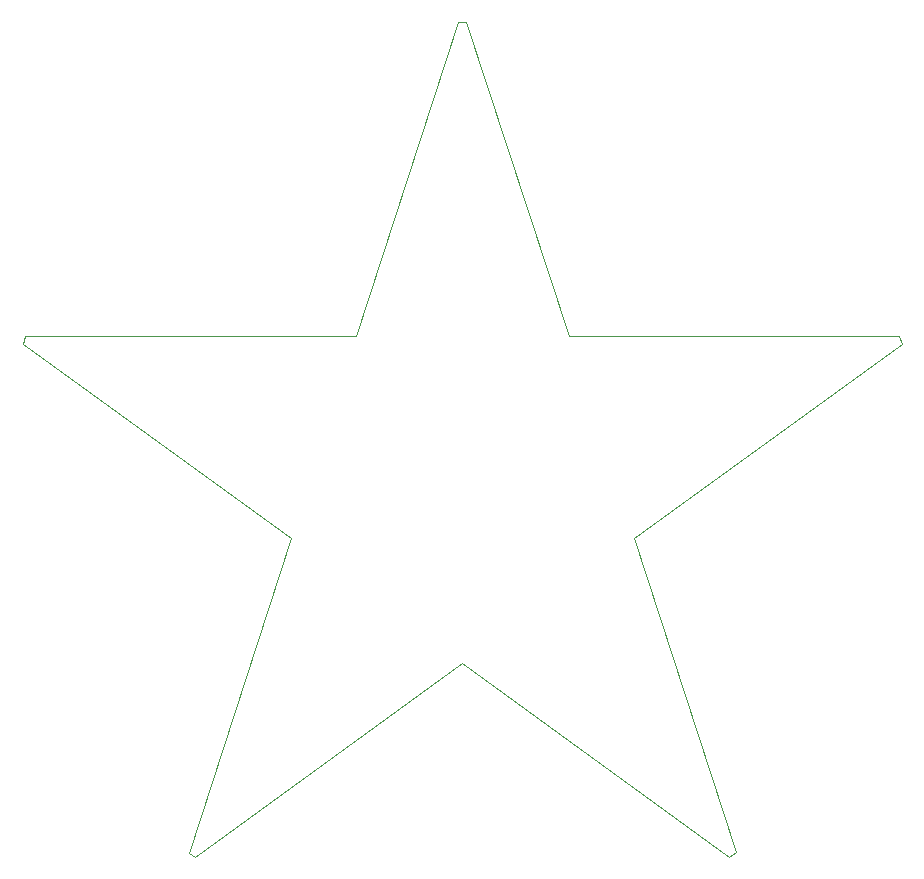
<source format=gm1>
G04 #@! TF.GenerationSoftware,KiCad,Pcbnew,(5.0.0)*
G04 #@! TF.CreationDate,2018-11-25T22:53:09-05:00*
G04 #@! TF.ProjectId,Blink_Badge,426C696E6B5F42616467652E6B696361,B*
G04 #@! TF.SameCoordinates,Original*
G04 #@! TF.FileFunction,Profile,NP*
%FSLAX46Y46*%
G04 Gerber Fmt 4.6, Leading zero omitted, Abs format (unit mm)*
G04 Created by KiCad (PCBNEW (5.0.0)) date 11/25/18 22:53:09*
%MOMM*%
%LPD*%
G01*
G04 APERTURE LIST*
%ADD10C,0.100000*%
G04 APERTURE END LIST*
D10*
X159900000Y-140450000D02*
X160475000Y-140025000D01*
X114100000Y-140075000D02*
X114625000Y-140475000D01*
X100250000Y-96350000D02*
X100050000Y-96975000D01*
X136950000Y-69700000D02*
X137625000Y-69700000D01*
X174250000Y-96350000D02*
X174475000Y-97025000D01*
X174250000Y-96350000D02*
X146290000Y-96345000D01*
X137290000Y-123995000D02*
X114625000Y-140475000D01*
X159900000Y-140450000D02*
X137290000Y-123995000D01*
X151840000Y-113445000D02*
X160475000Y-140025000D01*
X174475000Y-97025000D02*
X151840000Y-113445000D01*
X122740000Y-113445000D02*
X114100000Y-140075000D01*
X100050000Y-96975000D02*
X122740000Y-113445000D01*
X128290000Y-96345000D02*
X100250000Y-96350000D01*
X136950000Y-69700000D02*
X128290000Y-96345000D01*
X137625000Y-69700000D02*
X146290000Y-96345000D01*
M02*

</source>
